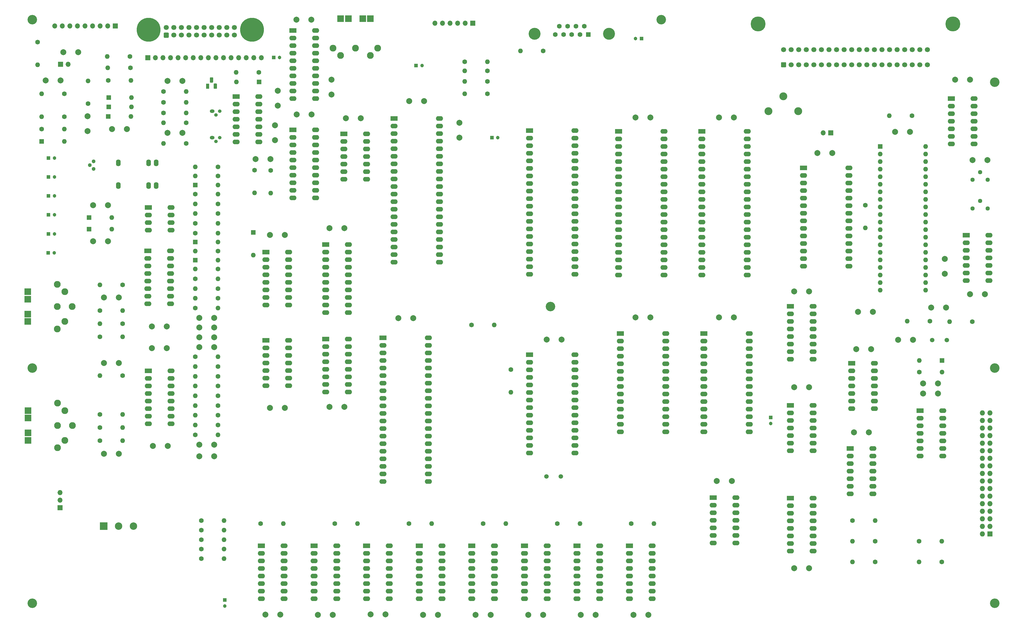
<source format=gbr>
%TF.GenerationSoftware,KiCad,Pcbnew,(5.1.5)-3*%
%TF.CreationDate,2022-07-02T14:58:38-05:00*%
%TF.ProjectId,dragon64,64726167-6f6e-4363-942e-6b696361645f,rev?*%
%TF.SameCoordinates,Original*%
%TF.FileFunction,Soldermask,Bot*%
%TF.FilePolarity,Negative*%
%FSLAX46Y46*%
G04 Gerber Fmt 4.6, Leading zero omitted, Abs format (unit mm)*
G04 Created by KiCad (PCBNEW (5.1.5)-3) date 2022-07-02 14:58:38*
%MOMM*%
%LPD*%
G04 APERTURE LIST*
%ADD10C,2.500000*%
%ADD11R,2.500000X2.500000*%
%ADD12C,1.500000*%
%ADD13O,2.400000X1.600000*%
%ADD14R,2.400000X1.600000*%
%ADD15O,1.600000X1.600000*%
%ADD16C,1.600000*%
%ADD17C,2.643000*%
%ADD18C,2.000000*%
%ADD19R,1.600000X1.600000*%
%ADD20C,1.440000*%
%ADD21O,1.727200X1.727200*%
%ADD22R,1.727200X1.727200*%
%ADD23O,1.700000X1.700000*%
%ADD24R,1.700000X1.700000*%
%ADD25C,4.000000*%
%ADD26O,1.200000X1.200000*%
%ADD27O,1.600000X1.200000*%
%ADD28R,1.100000X1.800000*%
%ADD29C,0.100000*%
%ADD30C,1.200000*%
%ADD31R,1.200000X1.200000*%
%ADD32C,3.200000*%
%ADD33C,5.000000*%
%ADD34C,1.700000*%
%ADD35C,8.000000*%
%ADD36O,1.600000X2.300000*%
%ADD37R,2.286000X2.286000*%
%ADD38C,2.286000*%
%ADD39C,1.300000*%
G04 APERTURE END LIST*
D10*
%TO.C,J1*%
X37900000Y-143100000D03*
X32900000Y-143100000D03*
D11*
X27900000Y-143100000D03*
%TD*%
D12*
%TO.C,Y1*%
X310880000Y-80600000D03*
X306000000Y-80600000D03*
%TD*%
D13*
%TO.C,U11*%
X325020000Y-45400000D03*
X317400000Y-60640000D03*
X325020000Y-47940000D03*
X317400000Y-58100000D03*
X325020000Y-50480000D03*
X317400000Y-55560000D03*
X325020000Y-53020000D03*
X317400000Y-53020000D03*
X325020000Y-55560000D03*
X317400000Y-50480000D03*
X325020000Y-58100000D03*
X317400000Y-47940000D03*
X325020000Y-60640000D03*
D14*
X317400000Y-45400000D03*
%TD*%
D15*
%TO.C,R50*%
X311780000Y-74400000D03*
D16*
X319400000Y-74400000D03*
%TD*%
D15*
%TO.C,R49*%
X297580000Y-74200000D03*
D16*
X305200000Y-74200000D03*
%TD*%
D17*
%TO.C,C77*%
X261000000Y-3700000D03*
X251000000Y-3700000D03*
X256000000Y1300000D03*
%TD*%
D18*
%TO.C,C68*%
X305600000Y-69700000D03*
X310600000Y-69700000D03*
%TD*%
%TO.C,C5*%
X299500000Y-80500000D03*
X294500000Y-80500000D03*
%TD*%
%TO.C,C2*%
X310200000Y-58300000D03*
X310200000Y-53300000D03*
%TD*%
D13*
%TO.C,X1*%
X116120000Y-11300000D03*
X108500000Y-26540000D03*
X116120000Y-13840000D03*
X108500000Y-24000000D03*
X116120000Y-16380000D03*
X108500000Y-21460000D03*
X116120000Y-18920000D03*
X108500000Y-18920000D03*
X116120000Y-21460000D03*
X108500000Y-16380000D03*
X116120000Y-24000000D03*
X108500000Y-13840000D03*
X116120000Y-26540000D03*
D14*
X108500000Y-11300000D03*
%TD*%
D15*
%TO.C,U10*%
X303790000Y-15540000D03*
X288550000Y-63800000D03*
X303790000Y-18080000D03*
X288550000Y-61260000D03*
X303790000Y-20620000D03*
X288550000Y-58720000D03*
X303790000Y-23160000D03*
X288550000Y-56180000D03*
X303790000Y-25700000D03*
X288550000Y-53640000D03*
X303790000Y-28240000D03*
X288550000Y-51100000D03*
X303790000Y-30780000D03*
X288550000Y-48560000D03*
X303790000Y-33320000D03*
X288550000Y-46020000D03*
X303790000Y-35860000D03*
X288550000Y-43480000D03*
X303790000Y-38400000D03*
X288550000Y-40940000D03*
X303790000Y-40940000D03*
X288550000Y-38400000D03*
X303790000Y-43480000D03*
X288550000Y-35860000D03*
X303790000Y-46020000D03*
X288550000Y-33320000D03*
X303790000Y-48560000D03*
X288550000Y-30780000D03*
X303790000Y-51100000D03*
X288550000Y-28240000D03*
X303790000Y-53640000D03*
X288550000Y-25700000D03*
X303790000Y-56180000D03*
X288550000Y-23160000D03*
X303790000Y-58720000D03*
X288550000Y-20620000D03*
X303790000Y-61260000D03*
X288550000Y-18080000D03*
X303790000Y-63800000D03*
D19*
X288550000Y-15540000D03*
%TD*%
D13*
%TO.C,U9*%
X266010000Y-69250000D03*
X258390000Y-87030000D03*
X266010000Y-71790000D03*
X258390000Y-84490000D03*
X266010000Y-74330000D03*
X258390000Y-81950000D03*
X266010000Y-76870000D03*
X258390000Y-79410000D03*
X266010000Y-79410000D03*
X258390000Y-76870000D03*
X266010000Y-81950000D03*
X258390000Y-74330000D03*
X266010000Y-84490000D03*
X258390000Y-71790000D03*
X266010000Y-87030000D03*
D14*
X258390000Y-69250000D03*
%TD*%
D13*
%TO.C,U8*%
X286060000Y-117010000D03*
X278440000Y-132250000D03*
X286060000Y-119550000D03*
X278440000Y-129710000D03*
X286060000Y-122090000D03*
X278440000Y-127170000D03*
X286060000Y-124630000D03*
X278440000Y-124630000D03*
X286060000Y-127170000D03*
X278440000Y-122090000D03*
X286060000Y-129710000D03*
X278440000Y-119550000D03*
X286060000Y-132250000D03*
D14*
X278440000Y-117010000D03*
%TD*%
D13*
%TO.C,U7*%
X266010000Y-133700000D03*
X258390000Y-151480000D03*
X266010000Y-136240000D03*
X258390000Y-148940000D03*
X266010000Y-138780000D03*
X258390000Y-146400000D03*
X266010000Y-141320000D03*
X258390000Y-143860000D03*
X266010000Y-143860000D03*
X258390000Y-141320000D03*
X266010000Y-146400000D03*
X258390000Y-138780000D03*
X266010000Y-148940000D03*
X258390000Y-136240000D03*
X266010000Y-151480000D03*
D14*
X258390000Y-133700000D03*
%TD*%
D13*
%TO.C,U6*%
X266010000Y-102510000D03*
X258390000Y-117750000D03*
X266010000Y-105050000D03*
X258390000Y-115210000D03*
X266010000Y-107590000D03*
X258390000Y-112670000D03*
X266010000Y-110130000D03*
X258390000Y-110130000D03*
X266010000Y-112670000D03*
X258390000Y-107590000D03*
X266010000Y-115210000D03*
X258390000Y-105050000D03*
X266010000Y-117750000D03*
D14*
X258390000Y-102510000D03*
%TD*%
D13*
%TO.C,U5*%
X278050000Y-22790000D03*
X262810000Y-55810000D03*
X278050000Y-25330000D03*
X262810000Y-53270000D03*
X278050000Y-27870000D03*
X262810000Y-50730000D03*
X278050000Y-30410000D03*
X262810000Y-48190000D03*
X278050000Y-32950000D03*
X262810000Y-45650000D03*
X278050000Y-35490000D03*
X262810000Y-43110000D03*
X278050000Y-38030000D03*
X262810000Y-40570000D03*
X278050000Y-40570000D03*
X262810000Y-38030000D03*
X278050000Y-43110000D03*
X262810000Y-35490000D03*
X278050000Y-45650000D03*
X262810000Y-32950000D03*
X278050000Y-48190000D03*
X262810000Y-30410000D03*
X278050000Y-50730000D03*
X262810000Y-27870000D03*
X278050000Y-53270000D03*
X262810000Y-25330000D03*
X278050000Y-55810000D03*
D14*
X262810000Y-22790000D03*
%TD*%
D13*
%TO.C,U4*%
X309520000Y-104300000D03*
X301900000Y-119540000D03*
X309520000Y-106840000D03*
X301900000Y-117000000D03*
X309520000Y-109380000D03*
X301900000Y-114460000D03*
X309520000Y-111920000D03*
X301900000Y-111920000D03*
X309520000Y-114460000D03*
X301900000Y-109380000D03*
X309520000Y-117000000D03*
X301900000Y-106840000D03*
X309520000Y-119540000D03*
D14*
X301900000Y-104300000D03*
%TD*%
D13*
%TO.C,U3*%
X286620000Y-88400000D03*
X279000000Y-103640000D03*
X286620000Y-90940000D03*
X279000000Y-101100000D03*
X286620000Y-93480000D03*
X279000000Y-98560000D03*
X286620000Y-96020000D03*
X279000000Y-96020000D03*
X286620000Y-98560000D03*
X279000000Y-93480000D03*
X286620000Y-101100000D03*
X279000000Y-90940000D03*
X286620000Y-103640000D03*
D14*
X279000000Y-88400000D03*
%TD*%
D13*
%TO.C,U2*%
X79960000Y1240000D03*
X72340000Y-14000000D03*
X79960000Y-1300000D03*
X72340000Y-11460000D03*
X79960000Y-3840000D03*
X72340000Y-8920000D03*
X79960000Y-6380000D03*
X72340000Y-6380000D03*
X79960000Y-8920000D03*
X72340000Y-3840000D03*
X79960000Y-11460000D03*
X72340000Y-1300000D03*
X79960000Y-14000000D03*
D14*
X72340000Y1240000D03*
%TD*%
D20*
%TO.C,RV2*%
X324580000Y-36400000D03*
X322040000Y-33860000D03*
X319500000Y-36400000D03*
%TD*%
%TO.C,RV1*%
X324580000Y-26740000D03*
X322040000Y-24200000D03*
X319500000Y-26740000D03*
%TD*%
D15*
%TO.C,R48*%
X301580000Y-155100000D03*
D16*
X309200000Y-155100000D03*
%TD*%
D15*
%TO.C,R47*%
X309200000Y-148175000D03*
D16*
X301580000Y-148175000D03*
%TD*%
D15*
%TO.C,R46*%
X279180000Y-155050000D03*
D16*
X286800000Y-155050000D03*
%TD*%
D15*
%TO.C,R45*%
X279180000Y-148125000D03*
D16*
X286800000Y-148125000D03*
%TD*%
D15*
%TO.C,R44*%
X309250000Y-91330000D03*
D16*
X301630000Y-91330000D03*
%TD*%
D15*
%TO.C,R10*%
X286800000Y-141200000D03*
D16*
X279180000Y-141200000D03*
%TD*%
D15*
%TO.C,R9*%
X283500000Y-42920000D03*
D16*
X283500000Y-35300000D03*
%TD*%
D21*
%TO.C,J6*%
X322850000Y-105030000D03*
X325390000Y-105030000D03*
X322850000Y-107570000D03*
X325390000Y-107570000D03*
X322850000Y-110110000D03*
X325390000Y-110110000D03*
X322850000Y-112650000D03*
X325390000Y-112650000D03*
X322850000Y-115190000D03*
X325390000Y-115190000D03*
X322850000Y-117730000D03*
X325390000Y-117730000D03*
X322850000Y-120270000D03*
X325390000Y-120270000D03*
X322850000Y-122810000D03*
X325390000Y-122810000D03*
X322850000Y-125350000D03*
X325390000Y-125350000D03*
X322850000Y-127890000D03*
X325390000Y-127890000D03*
X322850000Y-130430000D03*
X325390000Y-130430000D03*
X322850000Y-132970000D03*
X325390000Y-132970000D03*
X322850000Y-135510000D03*
X325390000Y-135510000D03*
X322850000Y-138050000D03*
X325390000Y-138050000D03*
X322850000Y-140590000D03*
X325390000Y-140590000D03*
X322850000Y-143130000D03*
X325390000Y-143130000D03*
X322850000Y-145670000D03*
D22*
X325390000Y-145670000D03*
%TD*%
D23*
%TO.C,J5*%
X269380000Y-11020000D03*
D24*
X271920000Y-11020000D03*
%TD*%
D15*
%TO.C,D8*%
X301630000Y-87420000D03*
D19*
X309250000Y-87420000D03*
%TD*%
D18*
%TO.C,C78*%
X307940000Y-95130000D03*
X302940000Y-95130000D03*
%TD*%
%TO.C,C76*%
X259690000Y-157200000D03*
X264690000Y-157200000D03*
%TD*%
%TO.C,C75*%
X280470000Y-83650000D03*
X285470000Y-83650000D03*
%TD*%
%TO.C,C74*%
X319500000Y-20100000D03*
X324500000Y-20100000D03*
%TD*%
%TO.C,C73*%
X318700000Y-65200000D03*
X323700000Y-65200000D03*
%TD*%
%TO.C,C72*%
X103705000Y-103050000D03*
X108705000Y-103050000D03*
%TD*%
%TO.C,C71*%
X293530000Y-10660000D03*
X298530000Y-10660000D03*
%TD*%
%TO.C,C70*%
X92690000Y-4820000D03*
X97690000Y-4820000D03*
%TD*%
%TO.C,C66*%
X281100000Y-71100000D03*
X286100000Y-71100000D03*
%TD*%
%TO.C,C65*%
X272420000Y-17800000D03*
X267420000Y-17800000D03*
%TD*%
%TO.C,C55*%
X259690000Y-64230000D03*
X264690000Y-64230000D03*
%TD*%
D25*
%TO.C,J4*%
X172520000Y22310000D03*
X197520000Y22310000D03*
D16*
X180865000Y24850000D03*
X183635000Y24850000D03*
X186405000Y24850000D03*
X189175000Y24850000D03*
X179480000Y22010000D03*
X182250000Y22010000D03*
X185020000Y22010000D03*
X187790000Y22010000D03*
D19*
X190560000Y22010000D03*
%TD*%
D15*
%TO.C,R43*%
X84010000Y-31180000D03*
D16*
X84010000Y-23560000D03*
%TD*%
D15*
%TO.C,R42*%
X22680000Y6490000D03*
D16*
X22680000Y-1130000D03*
%TD*%
D26*
%TO.C,Q3*%
X66834700Y-3730000D03*
X65564700Y-5000000D03*
D27*
X64294700Y-3730000D03*
%TD*%
D26*
%TO.C,Q2*%
X66834700Y-12570000D03*
X65564700Y-13840000D03*
D27*
X64294700Y-12570000D03*
%TD*%
D28*
%TO.C,Q1*%
X62840000Y4710000D03*
D29*
G36*
X65681955Y5608676D02*
G01*
X65708650Y5604716D01*
X65734828Y5598159D01*
X65760238Y5589067D01*
X65784634Y5577528D01*
X65807782Y5563654D01*
X65829458Y5547578D01*
X65849454Y5529454D01*
X65867578Y5509458D01*
X65883654Y5487782D01*
X65897528Y5464634D01*
X65909067Y5440238D01*
X65918159Y5414828D01*
X65924716Y5388650D01*
X65928676Y5361955D01*
X65930000Y5335000D01*
X65930000Y4085000D01*
X65928676Y4058045D01*
X65924716Y4031350D01*
X65918159Y4005172D01*
X65909067Y3979762D01*
X65897528Y3955366D01*
X65883654Y3932218D01*
X65867578Y3910542D01*
X65849454Y3890546D01*
X65829458Y3872422D01*
X65807782Y3856346D01*
X65784634Y3842472D01*
X65760238Y3830933D01*
X65734828Y3821841D01*
X65708650Y3815284D01*
X65681955Y3811324D01*
X65655000Y3810000D01*
X65105000Y3810000D01*
X65078045Y3811324D01*
X65051350Y3815284D01*
X65025172Y3821841D01*
X64999762Y3830933D01*
X64975366Y3842472D01*
X64952218Y3856346D01*
X64930542Y3872422D01*
X64910546Y3890546D01*
X64892422Y3910542D01*
X64876346Y3932218D01*
X64862472Y3955366D01*
X64850933Y3979762D01*
X64841841Y4005172D01*
X64835284Y4031350D01*
X64831324Y4058045D01*
X64830000Y4085000D01*
X64830000Y5335000D01*
X64831324Y5361955D01*
X64835284Y5388650D01*
X64841841Y5414828D01*
X64850933Y5440238D01*
X64862472Y5464634D01*
X64876346Y5487782D01*
X64892422Y5509458D01*
X64910546Y5529454D01*
X64930542Y5547578D01*
X64952218Y5563654D01*
X64975366Y5577528D01*
X64999762Y5589067D01*
X65025172Y5598159D01*
X65051350Y5604716D01*
X65078045Y5608676D01*
X65105000Y5610000D01*
X65655000Y5610000D01*
X65681955Y5608676D01*
G37*
G36*
X64411955Y7678676D02*
G01*
X64438650Y7674716D01*
X64464828Y7668159D01*
X64490238Y7659067D01*
X64514634Y7647528D01*
X64537782Y7633654D01*
X64559458Y7617578D01*
X64579454Y7599454D01*
X64597578Y7579458D01*
X64613654Y7557782D01*
X64627528Y7534634D01*
X64639067Y7510238D01*
X64648159Y7484828D01*
X64654716Y7458650D01*
X64658676Y7431955D01*
X64660000Y7405000D01*
X64660000Y6155000D01*
X64658676Y6128045D01*
X64654716Y6101350D01*
X64648159Y6075172D01*
X64639067Y6049762D01*
X64627528Y6025366D01*
X64613654Y6002218D01*
X64597578Y5980542D01*
X64579454Y5960546D01*
X64559458Y5942422D01*
X64537782Y5926346D01*
X64514634Y5912472D01*
X64490238Y5900933D01*
X64464828Y5891841D01*
X64438650Y5885284D01*
X64411955Y5881324D01*
X64385000Y5880000D01*
X63835000Y5880000D01*
X63808045Y5881324D01*
X63781350Y5885284D01*
X63755172Y5891841D01*
X63729762Y5900933D01*
X63705366Y5912472D01*
X63682218Y5926346D01*
X63660542Y5942422D01*
X63640546Y5960546D01*
X63622422Y5980542D01*
X63606346Y6002218D01*
X63592472Y6025366D01*
X63580933Y6049762D01*
X63571841Y6075172D01*
X63565284Y6101350D01*
X63561324Y6128045D01*
X63560000Y6155000D01*
X63560000Y7405000D01*
X63561324Y7431955D01*
X63565284Y7458650D01*
X63571841Y7484828D01*
X63580933Y7510238D01*
X63592472Y7534634D01*
X63606346Y7557782D01*
X63622422Y7579458D01*
X63640546Y7599454D01*
X63660542Y7617578D01*
X63682218Y7633654D01*
X63705366Y7647528D01*
X63729762Y7659067D01*
X63755172Y7668159D01*
X63781350Y7674716D01*
X63808045Y7678676D01*
X63835000Y7680000D01*
X64385000Y7680000D01*
X64411955Y7678676D01*
G37*
%TD*%
D15*
%TO.C,D7*%
X37230000Y850000D03*
D19*
X29610000Y850000D03*
%TD*%
D15*
%TO.C,D6*%
X37230000Y-2230000D03*
D19*
X29610000Y-2230000D03*
%TD*%
D30*
%TO.C,C54*%
X11300000Y-51270000D03*
D31*
X9300000Y-51270000D03*
%TD*%
D18*
%TO.C,C49*%
X83900000Y-19760000D03*
X78900000Y-19760000D03*
%TD*%
%TO.C,C48*%
X22510000Y-5410000D03*
X22510000Y-10410000D03*
%TD*%
D15*
%TO.C,R41*%
X78520000Y-31100000D03*
D16*
X78520000Y-23480000D03*
%TD*%
D15*
%TO.C,R31*%
X48000000Y-7630000D03*
D16*
X55620000Y-7630000D03*
%TD*%
D15*
%TO.C,R30*%
X55620000Y2930000D03*
D16*
X48000000Y2930000D03*
%TD*%
D15*
%TO.C,R13*%
X55620000Y-720000D03*
D16*
X48000000Y-720000D03*
%TD*%
D15*
%TO.C,R12*%
X29100000Y14670000D03*
D16*
X36720000Y14670000D03*
%TD*%
D15*
%TO.C,R11*%
X55620000Y-4270000D03*
D16*
X48000000Y-4270000D03*
%TD*%
D15*
%TO.C,R8*%
X29260000Y10870000D03*
D16*
X36880000Y10870000D03*
%TD*%
D15*
%TO.C,R7*%
X72390000Y9320000D03*
D16*
X80010000Y9320000D03*
%TD*%
D15*
%TO.C,R6*%
X48000000Y-14540000D03*
D16*
X55620000Y-14540000D03*
%TD*%
D23*
%TO.C,J3*%
X15980000Y12080000D03*
D24*
X13440000Y12080000D03*
%TD*%
D15*
%TO.C,D5*%
X78100000Y-52020000D03*
D19*
X78100000Y-44400000D03*
%TD*%
D15*
%TO.C,D4*%
X72440000Y6100000D03*
D19*
X80060000Y6100000D03*
%TD*%
D18*
%TO.C,C44*%
X14360000Y16120000D03*
X19360000Y16120000D03*
%TD*%
%TO.C,C37*%
X49310000Y6480000D03*
X54310000Y6480000D03*
%TD*%
D30*
%TO.C,C36*%
X134730000Y11600000D03*
D31*
X132730000Y11600000D03*
%TD*%
D18*
%TO.C,C35*%
X86330000Y3190000D03*
X86330000Y-1810000D03*
%TD*%
%TO.C,C33*%
X313700000Y6900000D03*
X318700000Y6900000D03*
%TD*%
%TO.C,C32*%
X49460000Y-116110000D03*
X44460000Y-116110000D03*
%TD*%
%TO.C,C31*%
X60000000Y-119570000D03*
X65000000Y-119570000D03*
%TD*%
%TO.C,C30*%
X54310000Y-10990000D03*
X49310000Y-10990000D03*
%TD*%
%TO.C,C29*%
X49120000Y-76010000D03*
X44120000Y-76010000D03*
%TD*%
%TO.C,C22*%
X88700000Y-45300000D03*
X83700000Y-45300000D03*
%TD*%
%TO.C,C21*%
X85390000Y-8430000D03*
X85390000Y-13430000D03*
%TD*%
%TO.C,C20*%
X49110000Y-83260000D03*
X44110000Y-83260000D03*
%TD*%
D23*
%TO.C,J2*%
X139130000Y25850000D03*
X141670000Y25850000D03*
X144210000Y25850000D03*
X146750000Y25850000D03*
X149290000Y25850000D03*
D24*
X151830000Y25850000D03*
%TD*%
D12*
%TO.C,Y2*%
X181380000Y-126400000D03*
X176500000Y-126400000D03*
%TD*%
D15*
%TO.C,R85*%
X5750000Y11855000D03*
D16*
X5750000Y19475000D03*
%TD*%
D15*
%TO.C,R83*%
X68320000Y-154000000D03*
D16*
X60700000Y-154000000D03*
%TD*%
D15*
%TO.C,R82*%
X68320000Y-147600000D03*
D16*
X60700000Y-147600000D03*
%TD*%
D15*
%TO.C,R81*%
X68320000Y-141200000D03*
D16*
X60700000Y-141200000D03*
%TD*%
D15*
%TO.C,R80*%
X68320000Y-144400000D03*
D16*
X60700000Y-144400000D03*
%TD*%
D15*
%TO.C,R79*%
X68320000Y-150800000D03*
D16*
X60700000Y-150800000D03*
%TD*%
D15*
%TO.C,R78*%
X162860000Y-142200000D03*
D16*
X155240000Y-142200000D03*
%TD*%
D15*
%TO.C,R77*%
X137980000Y-142200000D03*
D16*
X130360000Y-142200000D03*
%TD*%
D15*
%TO.C,R76*%
X113100000Y-142200000D03*
D16*
X105480000Y-142200000D03*
%TD*%
D15*
%TO.C,R75*%
X88220000Y-142200000D03*
D16*
X80600000Y-142200000D03*
%TD*%
D15*
%TO.C,R74*%
X212620000Y-142200000D03*
D16*
X205000000Y-142200000D03*
%TD*%
D15*
%TO.C,R73*%
X187740000Y-142200000D03*
D16*
X180120000Y-142200000D03*
%TD*%
D15*
%TO.C,R71*%
X291580000Y-5200000D03*
D16*
X299200000Y-5200000D03*
%TD*%
D15*
%TO.C,R70*%
X159020000Y-75500000D03*
D16*
X151400000Y-75500000D03*
%TD*%
D15*
%TO.C,R69*%
X167760000Y16494600D03*
D16*
X175380000Y16494600D03*
%TD*%
D15*
%TO.C,R68*%
X149100000Y2110500D03*
D16*
X156720000Y2110500D03*
%TD*%
D15*
%TO.C,R67*%
X149100000Y6266900D03*
D16*
X156720000Y6266900D03*
%TD*%
D15*
%TO.C,R66*%
X149100000Y9842800D03*
D16*
X156720000Y9842800D03*
%TD*%
D15*
%TO.C,R65*%
X156720000Y12918700D03*
D16*
X149100000Y12918700D03*
%TD*%
D15*
%TO.C,R64*%
X164600000Y-98120000D03*
D16*
X164600000Y-90500000D03*
%TD*%
D15*
%TO.C,R40*%
X66294000Y-112401000D03*
D16*
X58674000Y-112401000D03*
%TD*%
D15*
%TO.C,R39*%
X58674000Y-109127000D03*
D16*
X66294000Y-109127000D03*
%TD*%
D15*
%TO.C,R38*%
X58674000Y-105853000D03*
D16*
X66294000Y-105853000D03*
%TD*%
D15*
%TO.C,R37*%
X58674000Y-102578000D03*
D16*
X66294000Y-102578000D03*
%TD*%
D15*
%TO.C,R36*%
X58674000Y-99304300D03*
D16*
X66294000Y-99304300D03*
%TD*%
D15*
%TO.C,R35*%
X58674000Y-96030200D03*
D16*
X66294000Y-96030200D03*
%TD*%
D15*
%TO.C,R34*%
X58674000Y-92756000D03*
D16*
X66294000Y-92756000D03*
%TD*%
D15*
%TO.C,R33*%
X58674000Y-89481900D03*
D16*
X66294000Y-89481900D03*
%TD*%
D15*
%TO.C,R32*%
X66294000Y-86207700D03*
D16*
X58674000Y-86207700D03*
%TD*%
D15*
%TO.C,R29*%
X66294000Y-69837100D03*
D16*
X58674000Y-69837100D03*
%TD*%
D15*
%TO.C,R28*%
X58674000Y-66562900D03*
D16*
X66294000Y-66562900D03*
%TD*%
D15*
%TO.C,R27*%
X58674000Y-63288800D03*
D16*
X66294000Y-63288800D03*
%TD*%
D15*
%TO.C,R26*%
X66294000Y-60014600D03*
D16*
X58674000Y-60014600D03*
%TD*%
D15*
%TO.C,R25*%
X58674000Y-56740500D03*
D16*
X66294000Y-56740500D03*
%TD*%
D15*
%TO.C,R24*%
X58674000Y-50692200D03*
D16*
X66294000Y-50692200D03*
%TD*%
D15*
%TO.C,R23*%
X66294000Y-44644000D03*
D16*
X58674000Y-44644000D03*
%TD*%
D15*
%TO.C,R22*%
X66294000Y-41369800D03*
D16*
X58674000Y-41369800D03*
%TD*%
D15*
%TO.C,R21*%
X58674000Y-38095700D03*
D16*
X66294000Y-38095700D03*
%TD*%
D15*
%TO.C,R20*%
X58674000Y-34821500D03*
D16*
X66294000Y-34821500D03*
%TD*%
D15*
%TO.C,R19*%
X66294000Y-31547400D03*
D16*
X58674000Y-31547400D03*
%TD*%
D15*
%TO.C,R18*%
X58674000Y-25499100D03*
D16*
X66294000Y-25499100D03*
%TD*%
D15*
%TO.C,R17*%
X37034000Y6630000D03*
D16*
X29414000Y6630000D03*
%TD*%
D15*
%TO.C,R16*%
X34275000Y-114397000D03*
D16*
X26655000Y-114397000D03*
%TD*%
D15*
%TO.C,R15*%
X34275000Y-109994000D03*
D16*
X26655000Y-109994000D03*
%TD*%
D15*
%TO.C,R14*%
X34275000Y-105591000D03*
D16*
X26655000Y-105591000D03*
%TD*%
D15*
%TO.C,R5*%
X34275000Y-79471600D03*
D16*
X26655000Y-79471600D03*
%TD*%
D15*
%TO.C,R4*%
X26655000Y-75068500D03*
D16*
X34275000Y-75068500D03*
%TD*%
D15*
%TO.C,R3*%
X34275000Y-70665300D03*
D16*
X26655000Y-70665300D03*
%TD*%
D15*
%TO.C,R2*%
X14745000Y-9690000D03*
D16*
X7125000Y-9690000D03*
%TD*%
D15*
%TO.C,R1*%
X7125000Y2175000D03*
D16*
X14745000Y2175000D03*
%TD*%
D13*
%TO.C,IC40*%
X110025000Y-80200000D03*
X102405000Y-97980000D03*
X110025000Y-82740000D03*
X102405000Y-95440000D03*
X110025000Y-85280000D03*
X102405000Y-92900000D03*
X110025000Y-87820000D03*
X102405000Y-90360000D03*
X110025000Y-90360000D03*
X102405000Y-87820000D03*
X110025000Y-92900000D03*
X102405000Y-85280000D03*
X110025000Y-95440000D03*
X102405000Y-82740000D03*
X110025000Y-97980000D03*
D14*
X102405000Y-80200000D03*
%TD*%
D13*
%TO.C,IC39*%
X136900000Y-79800000D03*
X121660000Y-128060000D03*
X136900000Y-82340000D03*
X121660000Y-125520000D03*
X136900000Y-84880000D03*
X121660000Y-122980000D03*
X136900000Y-87420000D03*
X121660000Y-120440000D03*
X136900000Y-89960000D03*
X121660000Y-117900000D03*
X136900000Y-92500000D03*
X121660000Y-115360000D03*
X136900000Y-95040000D03*
X121660000Y-112820000D03*
X136900000Y-97580000D03*
X121660000Y-110280000D03*
X136900000Y-100120000D03*
X121660000Y-107740000D03*
X136900000Y-102660000D03*
X121660000Y-105200000D03*
X136900000Y-105200000D03*
X121660000Y-102660000D03*
X136900000Y-107740000D03*
X121660000Y-100120000D03*
X136900000Y-110280000D03*
X121660000Y-97580000D03*
X136900000Y-112820000D03*
X121660000Y-95040000D03*
X136900000Y-115360000D03*
X121660000Y-92500000D03*
X136900000Y-117900000D03*
X121660000Y-89960000D03*
X136900000Y-120440000D03*
X121660000Y-87420000D03*
X136900000Y-122980000D03*
X121660000Y-84880000D03*
X136900000Y-125520000D03*
X121660000Y-82340000D03*
X136900000Y-128060000D03*
D14*
X121660000Y-79800000D03*
%TD*%
D13*
%TO.C,IC38*%
X140600000Y-6120000D03*
X125360000Y-54380000D03*
X140600000Y-8660000D03*
X125360000Y-51840000D03*
X140600000Y-11200000D03*
X125360000Y-49300000D03*
X140600000Y-13740000D03*
X125360000Y-46760000D03*
X140600000Y-16280000D03*
X125360000Y-44220000D03*
X140600000Y-18820000D03*
X125360000Y-41680000D03*
X140600000Y-21360000D03*
X125360000Y-39140000D03*
X140600000Y-23900000D03*
X125360000Y-36600000D03*
X140600000Y-26440000D03*
X125360000Y-34060000D03*
X140600000Y-28980000D03*
X125360000Y-31520000D03*
X140600000Y-31520000D03*
X125360000Y-28980000D03*
X140600000Y-34060000D03*
X125360000Y-26440000D03*
X140600000Y-36600000D03*
X125360000Y-23900000D03*
X140600000Y-39140000D03*
X125360000Y-21360000D03*
X140600000Y-41680000D03*
X125360000Y-18820000D03*
X140600000Y-44220000D03*
X125360000Y-16280000D03*
X140600000Y-46760000D03*
X125360000Y-13740000D03*
X140600000Y-49300000D03*
X125360000Y-11200000D03*
X140600000Y-51840000D03*
X125360000Y-8660000D03*
X140600000Y-54380000D03*
D14*
X125360000Y-6120000D03*
%TD*%
D13*
%TO.C,IC37*%
X244545000Y-78350000D03*
X229305000Y-111370000D03*
X244545000Y-80890000D03*
X229305000Y-108830000D03*
X244545000Y-83430000D03*
X229305000Y-106290000D03*
X244545000Y-85970000D03*
X229305000Y-103750000D03*
X244545000Y-88510000D03*
X229305000Y-101210000D03*
X244545000Y-91050000D03*
X229305000Y-98670000D03*
X244545000Y-93590000D03*
X229305000Y-96130000D03*
X244545000Y-96130000D03*
X229305000Y-93590000D03*
X244545000Y-98670000D03*
X229305000Y-91050000D03*
X244545000Y-101210000D03*
X229305000Y-88510000D03*
X244545000Y-103750000D03*
X229305000Y-85970000D03*
X244545000Y-106290000D03*
X229305000Y-83430000D03*
X244545000Y-108830000D03*
X229305000Y-80890000D03*
X244545000Y-111370000D03*
D14*
X229305000Y-78350000D03*
%TD*%
D13*
%TO.C,IC36*%
X90020000Y-80680000D03*
X82400000Y-95920000D03*
X90020000Y-83220000D03*
X82400000Y-93380000D03*
X90020000Y-85760000D03*
X82400000Y-90840000D03*
X90020000Y-88300000D03*
X82400000Y-88300000D03*
X90020000Y-90840000D03*
X82400000Y-85760000D03*
X90020000Y-93380000D03*
X82400000Y-83220000D03*
X90020000Y-95920000D03*
D14*
X82400000Y-80680000D03*
%TD*%
D13*
%TO.C,IC35*%
X240120000Y-133500000D03*
X232500000Y-148740000D03*
X240120000Y-136040000D03*
X232500000Y-146200000D03*
X240120000Y-138580000D03*
X232500000Y-143660000D03*
X240120000Y-141120000D03*
X232500000Y-141120000D03*
X240120000Y-143660000D03*
X232500000Y-138580000D03*
X240120000Y-146200000D03*
X232500000Y-136040000D03*
X240120000Y-148740000D03*
D14*
X232500000Y-133500000D03*
%TD*%
D13*
%TO.C,IC34*%
X216540000Y-78350000D03*
X201300000Y-111370000D03*
X216540000Y-80890000D03*
X201300000Y-108830000D03*
X216540000Y-83430000D03*
X201300000Y-106290000D03*
X216540000Y-85970000D03*
X201300000Y-103750000D03*
X216540000Y-88510000D03*
X201300000Y-101210000D03*
X216540000Y-91050000D03*
X201300000Y-98670000D03*
X216540000Y-93590000D03*
X201300000Y-96130000D03*
X216540000Y-96130000D03*
X201300000Y-93590000D03*
X216540000Y-98670000D03*
X201300000Y-91050000D03*
X216540000Y-101210000D03*
X201300000Y-88510000D03*
X216540000Y-103750000D03*
X201300000Y-85970000D03*
X216540000Y-106290000D03*
X201300000Y-83430000D03*
X216540000Y-108830000D03*
X201300000Y-80890000D03*
X216540000Y-111370000D03*
D14*
X201300000Y-78350000D03*
%TD*%
D13*
%TO.C,IC33*%
X123788000Y-149670000D03*
X116168000Y-167450000D03*
X123788000Y-152210000D03*
X116168000Y-164910000D03*
X123788000Y-154750000D03*
X116168000Y-162370000D03*
X123788000Y-157290000D03*
X116168000Y-159830000D03*
X123788000Y-159830000D03*
X116168000Y-157290000D03*
X123788000Y-162370000D03*
X116168000Y-154750000D03*
X123788000Y-164910000D03*
X116168000Y-152210000D03*
X123788000Y-167450000D03*
D14*
X116168000Y-149670000D03*
%TD*%
D13*
%TO.C,IC32*%
X106140700Y-149670000D03*
X98520700Y-167450000D03*
X106140700Y-152210000D03*
X98520700Y-164910000D03*
X106140700Y-154750000D03*
X98520700Y-162370000D03*
X106140700Y-157290000D03*
X98520700Y-159830000D03*
X106140700Y-159830000D03*
X98520700Y-157290000D03*
X106140700Y-162370000D03*
X98520700Y-154750000D03*
X106140700Y-164910000D03*
X98520700Y-152210000D03*
X106140700Y-167450000D03*
D14*
X98520700Y-149670000D03*
%TD*%
D13*
%TO.C,IC27*%
X194378000Y-149670000D03*
X186758000Y-167450000D03*
X194378000Y-152210000D03*
X186758000Y-164910000D03*
X194378000Y-154750000D03*
X186758000Y-162370000D03*
X194378000Y-157290000D03*
X186758000Y-159830000D03*
X194378000Y-159830000D03*
X186758000Y-157290000D03*
X194378000Y-162370000D03*
X186758000Y-154750000D03*
X194378000Y-164910000D03*
X186758000Y-152210000D03*
X194378000Y-167450000D03*
D14*
X186758000Y-149670000D03*
%TD*%
D13*
%TO.C,IC26*%
X88493300Y-149670000D03*
X80873300Y-167450000D03*
X88493300Y-152210000D03*
X80873300Y-164910000D03*
X88493300Y-154750000D03*
X80873300Y-162370000D03*
X88493300Y-157290000D03*
X80873300Y-159830000D03*
X88493300Y-159830000D03*
X80873300Y-157290000D03*
X88493300Y-162370000D03*
X80873300Y-154750000D03*
X88493300Y-164910000D03*
X80873300Y-152210000D03*
X88493300Y-167450000D03*
D14*
X80873300Y-149670000D03*
%TD*%
D13*
%TO.C,IC25*%
X99010000Y-9974000D03*
X91390000Y-32834000D03*
X99010000Y-12514000D03*
X91390000Y-30294000D03*
X99010000Y-15054000D03*
X91390000Y-27754000D03*
X99010000Y-17594000D03*
X91390000Y-25214000D03*
X99010000Y-20134000D03*
X91390000Y-22674000D03*
X99010000Y-22674000D03*
X91390000Y-20134000D03*
X99010000Y-25214000D03*
X91390000Y-17594000D03*
X99010000Y-27754000D03*
X91390000Y-15054000D03*
X99010000Y-30294000D03*
X91390000Y-12514000D03*
X99010000Y-32834000D03*
D14*
X91390000Y-9974000D03*
%TD*%
D13*
%TO.C,IC22*%
X212025000Y-149670000D03*
X204405000Y-167450000D03*
X212025000Y-152210000D03*
X204405000Y-164910000D03*
X212025000Y-154750000D03*
X204405000Y-162370000D03*
X212025000Y-157290000D03*
X204405000Y-159830000D03*
X212025000Y-159830000D03*
X204405000Y-157290000D03*
X212025000Y-162370000D03*
X204405000Y-154750000D03*
X212025000Y-164910000D03*
X204405000Y-152210000D03*
X212025000Y-167450000D03*
D14*
X204405000Y-149670000D03*
%TD*%
D13*
%TO.C,IC21*%
X141435000Y-149670000D03*
X133815000Y-167450000D03*
X141435000Y-152210000D03*
X133815000Y-164910000D03*
X141435000Y-154750000D03*
X133815000Y-162370000D03*
X141435000Y-157290000D03*
X133815000Y-159830000D03*
X141435000Y-159830000D03*
X133815000Y-157290000D03*
X141435000Y-162370000D03*
X133815000Y-154750000D03*
X141435000Y-164910000D03*
X133815000Y-152210000D03*
X141435000Y-167450000D03*
D14*
X133815000Y-149670000D03*
%TD*%
D13*
%TO.C,IC20*%
X110025000Y-48510000D03*
X102405000Y-71370000D03*
X110025000Y-51050000D03*
X102405000Y-68830000D03*
X110025000Y-53590000D03*
X102405000Y-66290000D03*
X110025000Y-56130000D03*
X102405000Y-63750000D03*
X110025000Y-58670000D03*
X102405000Y-61210000D03*
X110025000Y-61210000D03*
X102405000Y-58670000D03*
X110025000Y-63750000D03*
X102405000Y-56130000D03*
X110025000Y-66290000D03*
X102405000Y-53590000D03*
X110025000Y-68830000D03*
X102405000Y-51050000D03*
X110025000Y-71370000D03*
D14*
X102405000Y-48510000D03*
%TD*%
D13*
%TO.C,IC16*%
X159083000Y-149670000D03*
X151463000Y-167450000D03*
X159083000Y-152210000D03*
X151463000Y-164910000D03*
X159083000Y-154750000D03*
X151463000Y-162370000D03*
X159083000Y-157290000D03*
X151463000Y-159830000D03*
X159083000Y-159830000D03*
X151463000Y-157290000D03*
X159083000Y-162370000D03*
X151463000Y-154750000D03*
X159083000Y-164910000D03*
X151463000Y-152210000D03*
X159083000Y-167450000D03*
D14*
X151463000Y-149670000D03*
%TD*%
D13*
%TO.C,IC15*%
X176730000Y-149670000D03*
X169110000Y-167450000D03*
X176730000Y-152210000D03*
X169110000Y-164910000D03*
X176730000Y-154750000D03*
X169110000Y-162370000D03*
X176730000Y-157290000D03*
X169110000Y-159830000D03*
X176730000Y-159830000D03*
X169110000Y-157290000D03*
X176730000Y-162370000D03*
X169110000Y-154750000D03*
X176730000Y-164910000D03*
X169110000Y-152210000D03*
X176730000Y-167450000D03*
D14*
X169110000Y-149670000D03*
%TD*%
D13*
%TO.C,IC11*%
X186040000Y-85500000D03*
X170800000Y-118520000D03*
X186040000Y-88040000D03*
X170800000Y-115980000D03*
X186040000Y-90580000D03*
X170800000Y-113440000D03*
X186040000Y-93120000D03*
X170800000Y-110900000D03*
X186040000Y-95660000D03*
X170800000Y-108360000D03*
X186040000Y-98200000D03*
X170800000Y-105820000D03*
X186040000Y-100740000D03*
X170800000Y-103280000D03*
X186040000Y-103280000D03*
X170800000Y-100740000D03*
X186040000Y-105820000D03*
X170800000Y-98200000D03*
X186040000Y-108360000D03*
X170800000Y-95660000D03*
X186040000Y-110900000D03*
X170800000Y-93120000D03*
X186040000Y-113440000D03*
X170800000Y-90580000D03*
X186040000Y-115980000D03*
X170800000Y-88040000D03*
X186040000Y-118520000D03*
D14*
X170800000Y-85500000D03*
%TD*%
D13*
%TO.C,IC10*%
X186040000Y-10200000D03*
X170800000Y-58460000D03*
X186040000Y-12740000D03*
X170800000Y-55920000D03*
X186040000Y-15280000D03*
X170800000Y-53380000D03*
X186040000Y-17820000D03*
X170800000Y-50840000D03*
X186040000Y-20360000D03*
X170800000Y-48300000D03*
X186040000Y-22900000D03*
X170800000Y-45760000D03*
X186040000Y-25440000D03*
X170800000Y-43220000D03*
X186040000Y-27980000D03*
X170800000Y-40680000D03*
X186040000Y-30520000D03*
X170800000Y-38140000D03*
X186040000Y-33060000D03*
X170800000Y-35600000D03*
X186040000Y-35600000D03*
X170800000Y-33060000D03*
X186040000Y-38140000D03*
X170800000Y-30520000D03*
X186040000Y-40680000D03*
X170800000Y-27980000D03*
X186040000Y-43220000D03*
X170800000Y-25440000D03*
X186040000Y-45760000D03*
X170800000Y-22900000D03*
X186040000Y-48300000D03*
X170800000Y-20360000D03*
X186040000Y-50840000D03*
X170800000Y-17820000D03*
X186040000Y-53380000D03*
X170800000Y-15280000D03*
X186040000Y-55920000D03*
X170800000Y-12740000D03*
X186040000Y-58460000D03*
D14*
X170800000Y-10200000D03*
%TD*%
D13*
%TO.C,IC8*%
X243945000Y-10500000D03*
X228705000Y-58760000D03*
X243945000Y-13040000D03*
X228705000Y-56220000D03*
X243945000Y-15580000D03*
X228705000Y-53680000D03*
X243945000Y-18120000D03*
X228705000Y-51140000D03*
X243945000Y-20660000D03*
X228705000Y-48600000D03*
X243945000Y-23200000D03*
X228705000Y-46060000D03*
X243945000Y-25740000D03*
X228705000Y-43520000D03*
X243945000Y-28280000D03*
X228705000Y-40980000D03*
X243945000Y-30820000D03*
X228705000Y-38440000D03*
X243945000Y-33360000D03*
X228705000Y-35900000D03*
X243945000Y-35900000D03*
X228705000Y-33360000D03*
X243945000Y-38440000D03*
X228705000Y-30820000D03*
X243945000Y-40980000D03*
X228705000Y-28280000D03*
X243945000Y-43520000D03*
X228705000Y-25740000D03*
X243945000Y-46060000D03*
X228705000Y-23200000D03*
X243945000Y-48600000D03*
X228705000Y-20660000D03*
X243945000Y-51140000D03*
X228705000Y-18120000D03*
X243945000Y-53680000D03*
X228705000Y-15580000D03*
X243945000Y-56220000D03*
X228705000Y-13040000D03*
X243945000Y-58760000D03*
D14*
X228705000Y-10500000D03*
%TD*%
D13*
%TO.C,IC7*%
X320020000Y500000D03*
X312400000Y-14740000D03*
X320020000Y-2040000D03*
X312400000Y-12200000D03*
X320020000Y-4580000D03*
X312400000Y-9660000D03*
X320020000Y-7120000D03*
X312400000Y-7120000D03*
X320020000Y-9660000D03*
X312400000Y-4580000D03*
X320020000Y-12200000D03*
X312400000Y-2040000D03*
X320020000Y-14740000D03*
D14*
X312400000Y500000D03*
%TD*%
D13*
%TO.C,IC6*%
X90020000Y-51000000D03*
X82400000Y-68780000D03*
X90020000Y-53540000D03*
X82400000Y-66240000D03*
X90020000Y-56080000D03*
X82400000Y-63700000D03*
X90020000Y-58620000D03*
X82400000Y-61160000D03*
X90020000Y-61160000D03*
X82400000Y-58620000D03*
X90020000Y-63700000D03*
X82400000Y-56080000D03*
X90020000Y-66240000D03*
X82400000Y-53540000D03*
X90020000Y-68780000D03*
D14*
X82400000Y-51000000D03*
%TD*%
D13*
%TO.C,IC5*%
X215940000Y-10500000D03*
X200700000Y-58760000D03*
X215940000Y-13040000D03*
X200700000Y-56220000D03*
X215940000Y-15580000D03*
X200700000Y-53680000D03*
X215940000Y-18120000D03*
X200700000Y-51140000D03*
X215940000Y-20660000D03*
X200700000Y-48600000D03*
X215940000Y-23200000D03*
X200700000Y-46060000D03*
X215940000Y-25740000D03*
X200700000Y-43520000D03*
X215940000Y-28280000D03*
X200700000Y-40980000D03*
X215940000Y-30820000D03*
X200700000Y-38440000D03*
X215940000Y-33360000D03*
X200700000Y-35900000D03*
X215940000Y-35900000D03*
X200700000Y-33360000D03*
X215940000Y-38440000D03*
X200700000Y-30820000D03*
X215940000Y-40980000D03*
X200700000Y-28280000D03*
X215940000Y-43520000D03*
X200700000Y-25740000D03*
X215940000Y-46060000D03*
X200700000Y-23200000D03*
X215940000Y-48600000D03*
X200700000Y-20660000D03*
X215940000Y-51140000D03*
X200700000Y-18120000D03*
X215940000Y-53680000D03*
X200700000Y-15580000D03*
X215940000Y-56220000D03*
X200700000Y-13040000D03*
X215940000Y-58760000D03*
D14*
X200700000Y-10500000D03*
%TD*%
D13*
%TO.C,IC4*%
X50546000Y-90932000D03*
X42926000Y-108712000D03*
X50546000Y-93472000D03*
X42926000Y-106172000D03*
X50546000Y-96012000D03*
X42926000Y-103632000D03*
X50546000Y-98552000D03*
X42926000Y-101092000D03*
X50546000Y-101092000D03*
X42926000Y-98552000D03*
X50546000Y-103632000D03*
X42926000Y-96012000D03*
X50546000Y-106172000D03*
X42926000Y-93472000D03*
X50546000Y-108712000D03*
D14*
X42926000Y-90932000D03*
%TD*%
D13*
%TO.C,IC2*%
X50546000Y-36068000D03*
X42926000Y-43688000D03*
X50546000Y-38608000D03*
X42926000Y-41148000D03*
X50546000Y-41148000D03*
X42926000Y-38608000D03*
X50546000Y-43688000D03*
D14*
X42926000Y-36068000D03*
%TD*%
D13*
%TO.C,IC1*%
X99060000Y23410000D03*
X91440000Y550000D03*
X99060000Y20870000D03*
X91440000Y3090000D03*
X99060000Y18330000D03*
X91440000Y5630000D03*
X99060000Y15790000D03*
X91440000Y8170000D03*
X99060000Y13250000D03*
X91440000Y10710000D03*
X99060000Y10710000D03*
X91440000Y13250000D03*
X99060000Y8170000D03*
X91440000Y15790000D03*
X99060000Y5630000D03*
X91440000Y18330000D03*
X99060000Y3090000D03*
X91440000Y20870000D03*
X99060000Y550000D03*
D14*
X91440000Y23410000D03*
%TD*%
D15*
%TO.C,D1*%
X14745000Y-13895000D03*
D19*
X7125000Y-13895000D03*
%TD*%
D18*
%TO.C,C67*%
X147300000Y-7600000D03*
X147300000Y-12600000D03*
%TD*%
%TO.C,C62*%
X302940000Y-98500000D03*
X307940000Y-98500000D03*
%TD*%
%TO.C,C61*%
X238700000Y-127900000D03*
X233700000Y-127900000D03*
%TD*%
%TO.C,C60*%
X108705000Y-43000000D03*
X103705000Y-43000000D03*
%TD*%
%TO.C,C59*%
X234430000Y-72959000D03*
X239430000Y-72959000D03*
%TD*%
%TO.C,C57*%
X83700000Y-103350000D03*
X88700000Y-103350000D03*
%TD*%
%TO.C,C56*%
X279740000Y-111550000D03*
X284740000Y-111550000D03*
%TD*%
%TO.C,C53*%
X122468000Y-172700000D03*
X117468000Y-172700000D03*
%TD*%
%TO.C,C52*%
X104820700Y-172900000D03*
X99820700Y-172900000D03*
%TD*%
%TO.C,C51*%
X104360000Y6860000D03*
X104360000Y1860000D03*
%TD*%
%TO.C,C50*%
X131785000Y-73249000D03*
X126785000Y-73249000D03*
%TD*%
%TO.C,C47*%
X193058000Y-172900000D03*
X188058000Y-172900000D03*
%TD*%
%TO.C,C46*%
X87173300Y-172790000D03*
X82173300Y-172790000D03*
%TD*%
%TO.C,C45*%
X211425000Y-72959000D03*
X206425000Y-72959000D03*
%TD*%
%TO.C,C43*%
X210705000Y-172900000D03*
X205705000Y-172900000D03*
%TD*%
%TO.C,C42*%
X140115000Y-172890000D03*
X135115000Y-172890000D03*
%TD*%
%TO.C,C41*%
X135485000Y-349000D03*
X130485000Y-349000D03*
%TD*%
%TO.C,C40*%
X157763000Y-172900000D03*
X152763000Y-172900000D03*
%TD*%
%TO.C,C39*%
X175410000Y-172900000D03*
X170410000Y-172900000D03*
%TD*%
%TO.C,C38*%
X92630000Y27020000D03*
X97630000Y27020000D03*
%TD*%
%TO.C,C34*%
X114200000Y-6100000D03*
X109200000Y-6100000D03*
%TD*%
%TO.C,C28*%
X259690000Y-96400000D03*
X264690000Y-96400000D03*
%TD*%
%TO.C,C27*%
X181600000Y-80400000D03*
X176600000Y-80400000D03*
%TD*%
%TO.C,C18*%
X239430000Y-5785000D03*
X234430000Y-5785000D03*
%TD*%
%TO.C,C17*%
X64984000Y-115675000D03*
X59984000Y-115675000D03*
%TD*%
%TO.C,C16*%
X64984000Y-82933600D03*
X59984000Y-82933600D03*
%TD*%
%TO.C,C15*%
X64984000Y-79659500D03*
X59984000Y-79659500D03*
%TD*%
%TO.C,C14*%
X64984000Y-76385300D03*
X59984000Y-76385300D03*
%TD*%
%TO.C,C13*%
X64984000Y-73111200D03*
X59984000Y-73111200D03*
%TD*%
%TO.C,C12*%
X211425000Y-5785000D03*
X206425000Y-5785000D03*
%TD*%
%TO.C,C11*%
X32965000Y-88277900D03*
X27965000Y-88277900D03*
%TD*%
%TO.C,C8*%
X35724000Y-9690000D03*
X30724000Y-9690000D03*
%TD*%
%TO.C,C7*%
X27965000Y-118800000D03*
X32965000Y-118800000D03*
%TD*%
%TO.C,C6*%
X32965000Y-66262200D03*
X27965000Y-66262200D03*
%TD*%
%TO.C,C4*%
X29335000Y-47425000D03*
X24335000Y-47425000D03*
%TD*%
%TO.C,C3*%
X29335000Y-35300000D03*
X24335000Y-35300000D03*
%TD*%
%TO.C,C1*%
X13435000Y6630000D03*
X8435000Y6630000D03*
%TD*%
D15*
%TO.C,D14*%
X66294000Y-53716400D03*
D19*
X58674000Y-53716400D03*
%TD*%
D15*
%TO.C,D13*%
X66294000Y-47668100D03*
D19*
X58674000Y-47668100D03*
%TD*%
D15*
%TO.C,D12*%
X66294000Y-28523300D03*
D19*
X58674000Y-28523300D03*
%TD*%
D15*
%TO.C,D11*%
X37034000Y-5485000D03*
D19*
X29414000Y-5485000D03*
%TD*%
D15*
%TO.C,D3*%
X30645000Y-43300000D03*
D19*
X23025000Y-43300000D03*
%TD*%
D15*
%TO.C,D2*%
X30645000Y-39425000D03*
D19*
X23025000Y-39425000D03*
%TD*%
D13*
%TO.C,U1*%
X50390200Y-50575000D03*
X42770200Y-68355000D03*
X50390200Y-53115000D03*
X42770200Y-65815000D03*
X50390200Y-55655000D03*
X42770200Y-63275000D03*
X50390200Y-58195000D03*
X42770200Y-60735000D03*
X50390200Y-60735000D03*
X42770200Y-58195000D03*
X50390200Y-63275000D03*
X42770200Y-55655000D03*
X50390200Y-65815000D03*
X42770200Y-53115000D03*
X50390200Y-68355000D03*
D14*
X42770200Y-50575000D03*
%TD*%
D15*
%TO.C,L4*%
X26655000Y-92531100D03*
D16*
X34275000Y-92531100D03*
%TD*%
D15*
%TO.C,L3*%
X58674000Y-22375000D03*
D16*
X66294000Y-22375000D03*
%TD*%
D15*
%TO.C,L2*%
X26655000Y-62009000D03*
D16*
X34275000Y-62009000D03*
%TD*%
D15*
%TO.C,L1*%
X7125000Y-5585000D03*
D16*
X14745000Y-5585000D03*
%TD*%
D30*
%TO.C,C25*%
X11375000Y-32178000D03*
D31*
X9375000Y-32178000D03*
%TD*%
D30*
%TO.C,C24*%
X11375000Y-25814000D03*
D31*
X9375000Y-25814000D03*
%TD*%
D30*
%TO.C,C10*%
X11375000Y-38542000D03*
D31*
X9375000Y-38542000D03*
%TD*%
D30*
%TO.C,C9*%
X11375000Y-19450000D03*
D31*
X9375000Y-19450000D03*
%TD*%
D32*
%TO.C,H8*%
X327000000Y6000000D03*
%TD*%
%TO.C,H7*%
X177890000Y-69340000D03*
%TD*%
%TO.C,H6*%
X327000000Y-169000000D03*
%TD*%
%TO.C,H5*%
X4000000Y27000000D03*
%TD*%
%TO.C,H4*%
X327000000Y-90000000D03*
%TD*%
%TO.C,H3*%
X215000000Y27000000D03*
%TD*%
%TO.C,H2*%
X4000000Y-169000000D03*
%TD*%
%TO.C,H1*%
X4000000Y-90000000D03*
%TD*%
D33*
%TO.C,PL9*%
X312932500Y25616000D03*
X247527500Y25616000D03*
D34*
X304360000Y16980000D03*
X301820000Y16980000D03*
X299280000Y16980000D03*
X296740000Y16980000D03*
X294200000Y16980000D03*
X291660000Y16980000D03*
X289120000Y16980000D03*
X286580000Y16980000D03*
X284040000Y16980000D03*
X281500000Y16980000D03*
X278960000Y16980000D03*
X276420000Y16980000D03*
X273880000Y16980000D03*
X271340000Y16980000D03*
X268800000Y16980000D03*
X266260000Y16980000D03*
X263720000Y16980000D03*
X261180000Y16980000D03*
X258640000Y16980000D03*
X256100000Y16980000D03*
X304360000Y11900000D03*
X301820000Y11900000D03*
X299280000Y11900000D03*
X296740000Y11900000D03*
X294200000Y11900000D03*
X291660000Y11900000D03*
X289120000Y11900000D03*
X286580000Y11900000D03*
X284040000Y11900000D03*
X281500000Y11900000D03*
X278960000Y11900000D03*
X276420000Y11900000D03*
X273880000Y11900000D03*
X271340000Y11900000D03*
X268800000Y11900000D03*
X266260000Y11900000D03*
X263720000Y11900000D03*
X261180000Y11900000D03*
X258640000Y11900000D03*
D29*
G36*
X256724504Y12748796D02*
G01*
X256748773Y12745196D01*
X256772571Y12739235D01*
X256795671Y12730970D01*
X256817849Y12720480D01*
X256838893Y12707867D01*
X256858598Y12693253D01*
X256876777Y12676777D01*
X256893253Y12658598D01*
X256907867Y12638893D01*
X256920480Y12617849D01*
X256930970Y12595671D01*
X256939235Y12572571D01*
X256945196Y12548773D01*
X256948796Y12524504D01*
X256950000Y12500000D01*
X256950000Y11300000D01*
X256948796Y11275496D01*
X256945196Y11251227D01*
X256939235Y11227429D01*
X256930970Y11204329D01*
X256920480Y11182151D01*
X256907867Y11161107D01*
X256893253Y11141402D01*
X256876777Y11123223D01*
X256858598Y11106747D01*
X256838893Y11092133D01*
X256817849Y11079520D01*
X256795671Y11069030D01*
X256772571Y11060765D01*
X256748773Y11054804D01*
X256724504Y11051204D01*
X256700000Y11050000D01*
X255500000Y11050000D01*
X255475496Y11051204D01*
X255451227Y11054804D01*
X255427429Y11060765D01*
X255404329Y11069030D01*
X255382151Y11079520D01*
X255361107Y11092133D01*
X255341402Y11106747D01*
X255323223Y11123223D01*
X255306747Y11141402D01*
X255292133Y11161107D01*
X255279520Y11182151D01*
X255269030Y11204329D01*
X255260765Y11227429D01*
X255254804Y11251227D01*
X255251204Y11275496D01*
X255250000Y11300000D01*
X255250000Y12500000D01*
X255251204Y12524504D01*
X255254804Y12548773D01*
X255260765Y12572571D01*
X255269030Y12595671D01*
X255279520Y12617849D01*
X255292133Y12638893D01*
X255306747Y12658598D01*
X255323223Y12676777D01*
X255341402Y12693253D01*
X255361107Y12707867D01*
X255382151Y12720480D01*
X255404329Y12730970D01*
X255427429Y12739235D01*
X255451227Y12745196D01*
X255475496Y12748796D01*
X255500000Y12750000D01*
X256700000Y12750000D01*
X256724504Y12748796D01*
G37*
%TD*%
D23*
%TO.C,PL6*%
X11455000Y24925000D03*
X13995000Y24925000D03*
X16535000Y24925000D03*
X19075000Y24925000D03*
X21615000Y24925000D03*
X24155000Y24925000D03*
X26695000Y24925000D03*
X29235000Y24925000D03*
D24*
X31775000Y24925000D03*
%TD*%
D30*
%TO.C,C64*%
X251800000Y-108600000D03*
D31*
X251800000Y-106600000D03*
%TD*%
D30*
%TO.C,C63*%
X160200000Y-12600000D03*
D31*
X158200000Y-12600000D03*
%TD*%
D30*
%TO.C,C58*%
X68600000Y-169900000D03*
D31*
X68600000Y-167900000D03*
%TD*%
D30*
%TO.C,C26*%
X86970000Y14340000D03*
D31*
X84970000Y14340000D03*
%TD*%
D30*
%TO.C,C23*%
X11375000Y-44906000D03*
D31*
X9375000Y-44906000D03*
%TD*%
D30*
%TO.C,C19*%
X206410000Y20720000D03*
D31*
X208410000Y20720000D03*
%TD*%
D29*
%TO.C,PL2*%
G36*
X49549504Y22673796D02*
G01*
X49573773Y22670196D01*
X49597571Y22664235D01*
X49620671Y22655970D01*
X49642849Y22645480D01*
X49663893Y22632867D01*
X49683598Y22618253D01*
X49701777Y22601777D01*
X49718253Y22583598D01*
X49732867Y22563893D01*
X49745480Y22542849D01*
X49755970Y22520671D01*
X49764235Y22497571D01*
X49770196Y22473773D01*
X49773796Y22449504D01*
X49775000Y22425000D01*
X49775000Y21225000D01*
X49773796Y21200496D01*
X49770196Y21176227D01*
X49764235Y21152429D01*
X49755970Y21129329D01*
X49745480Y21107151D01*
X49732867Y21086107D01*
X49718253Y21066402D01*
X49701777Y21048223D01*
X49683598Y21031747D01*
X49663893Y21017133D01*
X49642849Y21004520D01*
X49620671Y20994030D01*
X49597571Y20985765D01*
X49573773Y20979804D01*
X49549504Y20976204D01*
X49525000Y20975000D01*
X48325000Y20975000D01*
X48300496Y20976204D01*
X48276227Y20979804D01*
X48252429Y20985765D01*
X48229329Y20994030D01*
X48207151Y21004520D01*
X48186107Y21017133D01*
X48166402Y21031747D01*
X48148223Y21048223D01*
X48131747Y21066402D01*
X48117133Y21086107D01*
X48104520Y21107151D01*
X48094030Y21129329D01*
X48085765Y21152429D01*
X48079804Y21176227D01*
X48076204Y21200496D01*
X48075000Y21225000D01*
X48075000Y22425000D01*
X48076204Y22449504D01*
X48079804Y22473773D01*
X48085765Y22497571D01*
X48094030Y22520671D01*
X48104520Y22542849D01*
X48117133Y22563893D01*
X48131747Y22583598D01*
X48148223Y22601777D01*
X48166402Y22618253D01*
X48186107Y22632867D01*
X48207151Y22645480D01*
X48229329Y22655970D01*
X48252429Y22664235D01*
X48276227Y22670196D01*
X48300496Y22673796D01*
X48325000Y22675000D01*
X49525000Y22675000D01*
X49549504Y22673796D01*
G37*
D34*
X51465000Y21825000D03*
X54005000Y21825000D03*
X56545000Y21825000D03*
X59085000Y21825000D03*
X61625000Y21825000D03*
X64165000Y21825000D03*
X66705000Y21825000D03*
X69245000Y21825000D03*
X71785000Y21825000D03*
X48925000Y24365000D03*
X51465000Y24365000D03*
X54005000Y24365000D03*
X56545000Y24365000D03*
X59085000Y24365000D03*
X61625000Y24365000D03*
X64165000Y24365000D03*
X66705000Y24365000D03*
X69245000Y24365000D03*
X71785000Y24365000D03*
D35*
X43020000Y23625000D03*
X77690000Y23625000D03*
%TD*%
D36*
%TO.C,RLA1*%
X45550000Y-28675000D03*
X45550000Y-21055000D03*
X43010000Y-28675000D03*
X32850000Y-28675000D03*
X43010000Y-21055000D03*
X32850000Y-21055000D03*
%TD*%
D37*
%TO.C,PL4*%
X114910000Y27390000D03*
X110010000Y27390000D03*
D38*
X107410000Y14990000D03*
X104910000Y17490000D03*
X119910000Y17490000D03*
D37*
X107410000Y27390000D03*
D38*
X112410000Y17490000D03*
D37*
X117410000Y27390000D03*
D38*
X117410000Y14990000D03*
%TD*%
D37*
%TO.C,PL3*%
X2490000Y-106770000D03*
X2490000Y-111770000D03*
D38*
X14890000Y-114270000D03*
X12390000Y-116770000D03*
X12390000Y-101770000D03*
X17390000Y-109270000D03*
D37*
X2490000Y-114270000D03*
D38*
X12390000Y-109270000D03*
D37*
X2490000Y-104270000D03*
D38*
X14890000Y-104270000D03*
%TD*%
D37*
%TO.C,PL5*%
X2450000Y-66850000D03*
X2450000Y-71850000D03*
D38*
X14850000Y-74350000D03*
X12350000Y-76850000D03*
X12350000Y-61850000D03*
X17350000Y-69350000D03*
D37*
X2450000Y-74350000D03*
D38*
X12350000Y-69350000D03*
D37*
X2450000Y-64350000D03*
D38*
X14850000Y-64350000D03*
%TD*%
D39*
%TO.C,TR1*%
X24550000Y-23125000D03*
X24550000Y-20585000D03*
X23280000Y-21855000D03*
%TD*%
D23*
%TO.C,LK1*%
X13280000Y-131780000D03*
X13280000Y-134320000D03*
D24*
X13280000Y-136860000D03*
%TD*%
%TO.C,PL1*%
X42710000Y14220000D03*
D23*
X45250000Y14220000D03*
X47790000Y14220000D03*
X50330000Y14220000D03*
X52870000Y14220000D03*
X55410000Y14220000D03*
X57950000Y14220000D03*
X60490000Y14220000D03*
X63030000Y14220000D03*
X65570000Y14220000D03*
X68110000Y14220000D03*
X70650000Y14220000D03*
X73190000Y14220000D03*
X75730000Y14220000D03*
X78270000Y14220000D03*
X80810000Y14220000D03*
%TD*%
M02*

</source>
